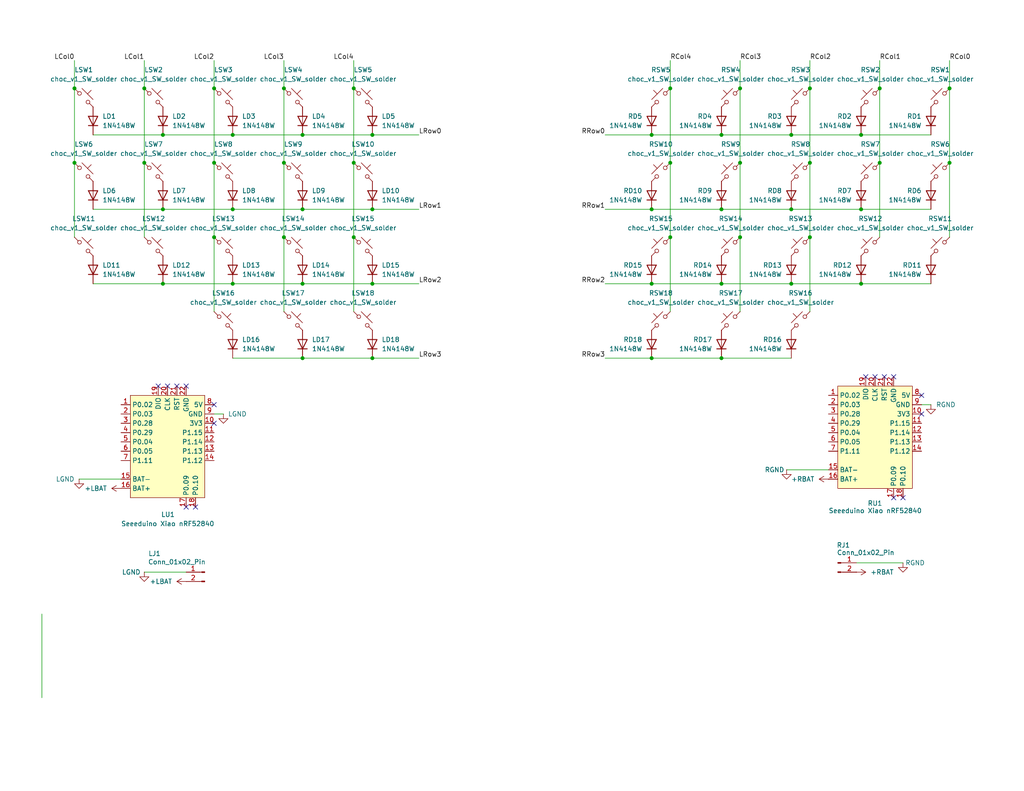
<source format=kicad_sch>
(kicad_sch (version 20231120) (generator "eeschema") (generator_version "8.0")
  (paper "USLetter")
  (title_block (title "LowKey36 Choc") (date "2024-12-15") (rev "1.0") (company "mgkbs.com") (comment 1 "© Matt Gilbert"))
  (lib_symbols
    (symbol "Connector:Conn_01x02_Pin" (pin_names (offset 1.016) hide)
      (property "Reference" "J" (at 0 2.54 0))
      (property "Value" "Conn_01x02_Pin" (at 0 -5.08 0))
      (symbol "Conn_01x02_Pin_1_1"
        (polyline (pts (xy 1.27 -2.54) (xy 0.8636 -2.54)) (stroke (width 0.1524)))
        (polyline (pts (xy 1.27 0) (xy 0.8636 0)) (stroke (width 0.1524)))
        (rectangle (start 0.8636 -2.413) (end 0 -2.667) (stroke (width 0.1524)) (fill (type outline)))
        (rectangle (start 0.8636 0.127) (end 0 -0.127) (stroke (width 0.1524)) (fill (type outline)))
        (pin passive line (at 5.08 0 180) (length 3.81) (name "Pin_1") (number "1"))
        (pin passive line (at 5.08 -2.54 180) (length 3.81) (name "Pin_2") (number "2"))
      )
    )
    (symbol "Diode:1N4148W" (pin_numbers hide) (pin_names hide)
      (property "Reference" "D" (at 0 2.54 0))
      (property "Value" "1N4148W" (at 0 -2.54 0))
      (symbol "1N4148W_0_1"
        (polyline (pts (xy -1.27 1.27) (xy -1.27 -1.27)) (stroke (width 0.254)))
        (polyline (pts (xy 1.27 0) (xy -1.27 0)))
        (polyline (pts (xy 1.27 1.27) (xy 1.27 -1.27) (xy -1.27 0) (xy 1.27 1.27)) (stroke (width 0.254)))
      )
      (symbol "1N4148W_1_1"
        (pin passive line (at -3.81 0 0) (length 2.54) (name "K") (number "1"))
        (pin passive line (at 3.81 0 180) (length 2.54) (name "A") (number "2"))
      )
    )
    (symbol "PCM_marbastlib-choc:choc_v1_SW_solder" (pin_numbers hide) (pin_names (offset 1.016) hide)
      (property "Reference" "CH" (at 3.048 1.016 0))
      (property "Value" "choc_v1_SW_solder" (at 0 -3.81 0))
      (symbol "choc_v1_SW_solder_0_1"
        (circle (center -1.1684 1.1684) (radius 0.508))
        (polyline (pts (xy -0.508 2.54) (xy 2.54 -0.508)))
        (polyline (pts (xy 1.016 1.016) (xy 2.032 2.032)))
        (polyline (pts (xy -2.54 2.54) (xy -1.524 1.524) (xy -1.524 1.524)))
        (polyline (pts (xy 1.524 -1.524) (xy 2.54 -2.54) (xy 2.54 -2.54) (xy 2.54 -2.54)))
        (circle (center 1.143 -1.1938) (radius 0.508))
        (pin passive line (at -2.54 2.54 0) (length 0) (name "1") (number "1"))
        (pin passive line (at 2.54 -2.54 180) (length 0) (name "2") (number "2"))
      )
    )
    (symbol "PCM_marbastlib-promicroish:Seeeduino_Xiao_nRF52840" (in_bom no)
      (property "Reference" "U" (at -10.16 -12.7 0))
      (property "Value" "Seeeduino Xiao nRF52840" (at -10.16 -15.24 0))
      (symbol "Seeeduino_Xiao_nRF52840_1_0"
        (pin bidirectional line (at -12.7 13.97 0) (length 2.54) (name "P0.02") (number "1"))
        (pin power_out line (at 12.7 8.89 180) (length 2.54) (name "3V3") (number "10"))
        (pin bidirectional line (at 12.7 6.35 180) (length 2.54) (name "P1.15") (number "11"))
        (pin bidirectional line (at 12.7 3.81 180) (length 2.54) (name "P1.14") (number "12"))
        (pin bidirectional line (at 12.7 1.27 180) (length 2.54) (name "P1.13") (number "13"))
        (pin bidirectional line (at 12.7 -1.27 180) (length 2.54) (name "P1.12") (number "14"))
        (pin power_in line (at -12.7 -6.35 0) (length 2.54) (name "BAT-") (number "15"))
        (pin power_in line (at -12.7 -8.89 0) (length 2.54) (name "BAT+") (number "16"))
        (pin bidirectional line (at 5.08 -13.97 90) (length 2.54) (name "P0.09") (number "17"))
        (pin bidirectional line (at 7.62 -13.97 90) (length 2.54) (name "P0.10") (number "18"))
        (pin bidirectional line (at -2.54 19.05 270) (length 2.54) (name "DIO") (number "19"))
        (pin bidirectional line (at -12.7 11.43 0) (length 2.54) (name "P0.03") (number "2"))
        (pin bidirectional line (at 0 19.05 270) (length 2.54) (name "CLK") (number "20"))
        (pin bidirectional line (at 2.54 19.05 270) (length 2.54) (name "RST") (number "21"))
        (pin power_out line (at 5.08 19.05 270) (length 2.54) (name "GND") (number "22"))
        (pin bidirectional line (at -12.7 8.89 0) (length 2.54) (name "P0.28") (number "3"))
        (pin bidirectional line (at -12.7 6.35 0) (length 2.54) (name "P0.29") (number "4"))
        (pin bidirectional line (at -12.7 3.81 0) (length 2.54) (name "P0.04") (number "5"))
        (pin bidirectional line (at -12.7 1.27 0) (length 2.54) (name "P0.05") (number "6"))
        (pin bidirectional line (at -12.7 -1.27 0) (length 2.54) (name "P1.11") (number "7"))
        (pin power_out line (at 12.7 13.97 180) (length 2.54) (name "5V") (number "8"))
        (pin power_out line (at 12.7 11.43 180) (length 2.54) (name "GND") (number "9"))
      )
      (symbol "Seeeduino_Xiao_nRF52840_1_1"
        (rectangle (start -10.16 16.51) (end 10.16 -11.43) (fill (type background)))
      )
    )
    (symbol "power:+BATT" (power) (pin_numbers hide) (pin_names (offset 0) hide)
      (property "Value" "+BATT" (at 0 3.556 0))
      (symbol "+BATT_0_1"
        (polyline (pts (xy -0.762 1.27) (xy 0 2.54)))
        (polyline (pts (xy 0 0) (xy 0 2.54)))
        (polyline (pts (xy 0 2.54) (xy 0.762 1.27)))
      )
      (symbol "+BATT_1_1"
        (pin power_in line (at 0 0 90) (length 0) (name "~") (number "1"))
      )
    )
    (symbol "power:GND" (power) (pin_numbers hide) (pin_names (offset 0) hide)
      (property "Value" "GND" (at 0 -3.81 0))
      (symbol "GND_0_1"
        (polyline (pts (xy 0 0) (xy 0 -1.27) (xy 1.27 -1.27) (xy 0 -2.54) (xy -1.27 -1.27) (xy 0 -1.27)))
      )
      (symbol "GND_1_1"
        (pin power_in line (at 0 0 270) (length 0) (name "~") (number "1"))
      )
    )
  )
  (junction (at 20.32 44.45))
  (junction (at 177.8 36.83))
  (junction (at 58.42 24.13))
  (junction (at 196.85 57.15))
  (junction (at 44.45 57.15))
  (junction (at 182.88 64.77))
  (junction (at 182.88 44.45))
  (junction (at 101.6 77.47))
  (junction (at 96.52 24.13))
  (junction (at 215.9 57.15))
  (junction (at 44.45 36.83))
  (junction (at 234.95 77.47))
  (junction (at 101.6 57.15))
  (junction (at 39.37 24.13))
  (junction (at 77.47 64.77))
  (junction (at 196.85 97.79))
  (junction (at 215.9 77.47))
  (junction (at 82.55 57.15))
  (junction (at 58.42 44.45))
  (junction (at 63.5 36.83))
  (junction (at 96.52 44.45))
  (junction (at 201.93 44.45))
  (junction (at 44.45 77.47))
  (junction (at 82.55 36.83))
  (junction (at 240.03 24.13))
  (junction (at 177.8 77.47))
  (junction (at 96.52 64.77))
  (junction (at 101.6 97.79))
  (junction (at 82.55 77.47))
  (junction (at 215.9 36.83))
  (junction (at 77.47 44.45))
  (junction (at 201.93 24.13))
  (junction (at 220.98 24.13))
  (junction (at 201.93 64.77))
  (junction (at 240.03 44.45))
  (junction (at 39.37 44.45))
  (junction (at 220.98 44.45))
  (junction (at 234.95 36.83))
  (junction (at 63.5 57.15))
  (junction (at 82.55 97.79))
  (junction (at 58.42 64.77))
  (junction (at 234.95 57.15))
  (junction (at 63.5 77.47))
  (junction (at 220.98 64.77))
  (junction (at 182.88 24.13))
  (junction (at 196.85 36.83))
  (junction (at 20.32 24.13))
  (junction (at 259.08 44.45))
  (junction (at 177.8 57.15))
  (junction (at 101.6 36.83))
  (junction (at 196.85 77.47))
  (junction (at 77.47 24.13))
  (junction (at 259.08 24.13))
  (junction (at 177.8 97.79))
  (no_connect (at 50.8 138.43))
  (no_connect (at 58.42 115.57))
  (no_connect (at 236.22 102.87))
  (no_connect (at 53.34 138.43))
  (no_connect (at 246.38 135.89))
  (no_connect (at 243.84 135.89))
  (no_connect (at 243.84 102.87))
  (no_connect (at 251.46 107.95))
  (no_connect (at 50.8 105.41))
  (no_connect (at 45.72 105.41))
  (no_connect (at 241.3 102.87))
  (no_connect (at 238.76 102.87))
  (no_connect (at 48.26 105.41))
  (no_connect (at 251.46 113.03))
  (no_connect (at 43.18 105.41))
  (no_connect (at 58.42 110.49))
  (wire (pts (xy 39.37 156.21) (xy 50.8 156.21)))
  (wire (pts (xy 11.43 167.64) (xy 11.43 190.5)))
  (wire (pts (xy 44.45 77.47) (xy 63.5 77.47)))
  (wire (pts (xy 20.32 44.45) (xy 20.32 64.77)))
  (wire (pts (xy 220.98 24.13) (xy 220.98 44.45)))
  (wire (pts (xy 177.8 36.83) (xy 196.85 36.83)))
  (wire (pts (xy 220.98 64.77) (xy 220.98 85.09)))
  (wire (pts (xy 234.95 77.47) (xy 254 77.47)))
  (wire (pts (xy 214.63 128.27) (xy 226.06 128.27)))
  (wire (pts (xy 259.08 16.51) (xy 259.08 24.13)))
  (wire (pts (xy 220.98 44.45) (xy 220.98 64.77)))
  (wire (pts (xy 77.47 24.13) (xy 77.47 44.45)))
  (wire (pts (xy 39.37 44.45) (xy 39.37 64.77)))
  (wire (pts (xy 182.88 44.45) (xy 182.88 64.77)))
  (wire (pts (xy 114.3 36.83) (xy 101.6 36.83)))
  (wire (pts (xy 82.55 77.47) (xy 101.6 77.47)))
  (wire (pts (xy 165.1 97.79) (xy 177.8 97.79)))
  (wire (pts (xy 25.4 36.83) (xy 44.45 36.83)))
  (wire (pts (xy 63.5 77.47) (xy 82.55 77.47)))
  (wire (pts (xy 63.5 97.79) (xy 82.55 97.79)))
  (wire (pts (xy 215.9 57.15) (xy 234.95 57.15)))
  (wire (pts (xy 44.45 36.83) (xy 63.5 36.83)))
  (wire (pts (xy 201.93 24.13) (xy 201.93 44.45)))
  (wire (pts (xy 20.32 24.13) (xy 20.32 44.45)))
  (wire (pts (xy 182.88 64.77) (xy 182.88 85.09)))
  (wire (pts (xy 96.52 44.45) (xy 96.52 64.77)))
  (wire (pts (xy 182.88 16.51) (xy 182.88 24.13)))
  (wire (pts (xy 63.5 36.83) (xy 82.55 36.83)))
  (wire (pts (xy 21.59 130.81) (xy 33.02 130.81)))
  (wire (pts (xy 240.03 16.51) (xy 240.03 24.13)))
  (wire (pts (xy 201.93 16.51) (xy 201.93 24.13)))
  (wire (pts (xy 20.32 16.51) (xy 20.32 24.13)))
  (wire (pts (xy 196.85 97.79) (xy 215.9 97.79)))
  (wire (pts (xy 44.45 57.15) (xy 63.5 57.15)))
  (wire (pts (xy 114.3 97.79) (xy 101.6 97.79)))
  (wire (pts (xy 165.1 77.47) (xy 177.8 77.47)))
  (wire (pts (xy 240.03 44.45) (xy 240.03 64.77)))
  (wire (pts (xy 233.68 153.67) (xy 246.38 153.67)))
  (wire (pts (xy 201.93 64.77) (xy 201.93 85.09)))
  (wire (pts (xy 96.52 24.13) (xy 96.52 44.45)))
  (wire (pts (xy 82.55 57.15) (xy 101.6 57.15)))
  (wire (pts (xy 39.37 24.13) (xy 39.37 44.45)))
  (wire (pts (xy 77.47 44.45) (xy 77.47 64.77)))
  (wire (pts (xy 25.4 57.15) (xy 44.45 57.15)))
  (wire (pts (xy 77.47 64.77) (xy 77.47 85.09)))
  (wire (pts (xy 63.5 57.15) (xy 82.55 57.15)))
  (wire (pts (xy 165.1 36.83) (xy 177.8 36.83)))
  (wire (pts (xy 77.47 16.51) (xy 77.47 24.13)))
  (wire (pts (xy 215.9 77.47) (xy 234.95 77.47)))
  (wire (pts (xy 177.8 77.47) (xy 196.85 77.47)))
  (wire (pts (xy 114.3 57.15) (xy 101.6 57.15)))
  (wire (pts (xy 58.42 113.03) (xy 60.96 113.03)))
  (wire (pts (xy 240.03 24.13) (xy 240.03 44.45)))
  (wire (pts (xy 58.42 24.13) (xy 58.42 44.45)))
  (wire (pts (xy 251.46 110.49) (xy 254 110.49)))
  (wire (pts (xy 96.52 16.51) (xy 96.52 24.13)))
  (wire (pts (xy 58.42 16.51) (xy 58.42 24.13)))
  (wire (pts (xy 39.37 16.51) (xy 39.37 24.13)))
  (wire (pts (xy 196.85 77.47) (xy 215.9 77.47)))
  (wire (pts (xy 25.4 77.47) (xy 44.45 77.47)))
  (wire (pts (xy 182.88 24.13) (xy 182.88 44.45)))
  (wire (pts (xy 58.42 44.45) (xy 58.42 64.77)))
  (wire (pts (xy 58.42 64.77) (xy 58.42 85.09)))
  (wire (pts (xy 234.95 36.83) (xy 254 36.83)))
  (wire (pts (xy 114.3 77.47) (xy 101.6 77.47)))
  (wire (pts (xy 82.55 36.83) (xy 101.6 36.83)))
  (wire (pts (xy 177.8 97.79) (xy 196.85 97.79)))
  (wire (pts (xy 96.52 64.77) (xy 96.52 85.09)))
  (wire (pts (xy 259.08 24.13) (xy 259.08 44.45)))
  (wire (pts (xy 215.9 36.83) (xy 234.95 36.83)))
  (wire (pts (xy 165.1 57.15) (xy 177.8 57.15)))
  (wire (pts (xy 196.85 57.15) (xy 215.9 57.15)))
  (wire (pts (xy 259.08 44.45) (xy 259.08 64.77)))
  (wire (pts (xy 196.85 36.83) (xy 215.9 36.83)))
  (wire (pts (xy 82.55 97.79) (xy 101.6 97.79)))
  (wire (pts (xy 201.93 44.45) (xy 201.93 64.77)))
  (wire (pts (xy 177.8 57.15) (xy 196.85 57.15)))
  (wire (pts (xy 234.95 57.15) (xy 254 57.15)))
  (wire (pts (xy 220.98 16.51) (xy 220.98 24.13)))
  (label "LCol3" (at 77.47 16.51 180))
  (label "LCol2" (at 58.42 16.51 180))
  (label "LCol4" (at 96.52 16.51 180))
  (label "LRow1" (at 114.3 57.15 0))
  (label "RCol0" (at 259.08 16.51 0))
  (label "RRow1" (at 165.1 57.15 180))
  (label "RRow3" (at 165.1 97.79 180))
  (label "RCol1" (at 240.03 16.51 0))
  (label "RCol3" (at 201.93 16.51 0))
  (label "RCol2" (at 220.98 16.51 0))
  (label "LRow0" (at 114.3 36.83 0))
  (label "LCol1" (at 39.37 16.51 180))
  (label "LCol0" (at 20.32 16.51 180))
  (label "LRow3" (at 114.3 97.79 0))
  (label "LRow2" (at 114.3 77.47 0))
  (label "RCol4" (at 182.88 16.51 0))
  (label "RRow2" (at 165.1 77.47 180))
  (label "RRow0" (at 165.1 36.83 180))
  (symbol (lib_id "Diode:1N4148W") (at 63.5 53.34 90) (unit 1)
    (property "Reference" "LD8" (at 66.04 52.0699 90) (effects (justify right)))
    (property "Value" "1N4148W" (at 66.04 54.6099 90) (effects (justify right)))
    (property "Footprint" "Diode_SMD:D_SOD-123" (effects (hide yes)))
    (property "Datasheet" "https://www.vishay.com/docs/85748/1n4148w.pdf" (effects (hide yes)))
    (property "Description" "75V 0.15A Fast Switching Diode, SOD-123" (effects (hide yes)))
    (property "Sim.Device" "D" (effects (hide yes)))
    (property "Sim.Pins" "1=K 2=A" (effects (hide yes)))
  )
  (symbol (lib_id "PCM_marbastlib-choc:choc_v1_SW_solder") (at 218.44 46.99 0) (mirror y) (unit 1)
    (property "Reference" "RSW8" (at 218.44 39.37 0))
    (property "Value" "choc_v1_SW_solder" (at 218.44 41.91 0))
    (property "Footprint" "PCM_marbastlib-choc:SW_choc_v1_1u" (effects (hide yes)))
    (property "Description" "Push button switch, normally open, two pins, 45° tilted" (effects (hide yes)))
  )
  (symbol (lib_id "Diode:1N4148W") (at 101.6 33.02 90) (unit 1)
    (property "Reference" "LD5" (at 104.14 31.7499 90) (effects (justify right)))
    (property "Value" "1N4148W" (at 104.14 34.2899 90) (effects (justify right)))
    (property "Footprint" "Diode_SMD:D_SOD-123" (effects (hide yes)))
    (property "Datasheet" "https://www.vishay.com/docs/85748/1n4148w.pdf" (effects (hide yes)))
    (property "Description" "75V 0.15A Fast Switching Diode, SOD-123" (effects (hide yes)))
    (property "Sim.Device" "D" (effects (hide yes)))
    (property "Sim.Pins" "1=K 2=A" (effects (hide yes)))
  )
  (symbol (lib_id "Diode:1N4148W") (at 63.5 93.98 90) (unit 1)
    (property "Reference" "LD16" (at 66.04 92.7099 90) (effects (justify right)))
    (property "Value" "1N4148W" (at 66.04 95.2499 90) (effects (justify right)))
    (property "Footprint" "Diode_SMD:D_SOD-123" (effects (hide yes)))
    (property "Datasheet" "https://www.vishay.com/docs/85748/1n4148w.pdf" (effects (hide yes)))
    (property "Description" "75V 0.15A Fast Switching Diode, SOD-123" (effects (hide yes)))
    (property "Sim.Device" "D" (effects (hide yes)))
    (property "Sim.Pins" "1=K 2=A" (effects (hide yes)))
  )
  (symbol (lib_id "Diode:1N4148W") (at 82.55 33.02 90) (unit 1)
    (property "Reference" "LD4" (at 85.09 31.7499 90) (effects (justify right)))
    (property "Value" "1N4148W" (at 85.09 34.2899 90) (effects (justify right)))
    (property "Footprint" "Diode_SMD:D_SOD-123" (effects (hide yes)))
    (property "Datasheet" "https://www.vishay.com/docs/85748/1n4148w.pdf" (effects (hide yes)))
    (property "Description" "75V 0.15A Fast Switching Diode, SOD-123" (effects (hide yes)))
    (property "Sim.Device" "D" (effects (hide yes)))
    (property "Sim.Pins" "1=K 2=A" (effects (hide yes)))
  )
  (symbol (lib_id "PCM_marbastlib-choc:choc_v1_SW_solder") (at 22.86 26.67 0) (unit 1)
    (property "Reference" "LSW1" (at 22.86 19.05 0))
    (property "Value" "choc_v1_SW_solder" (at 22.86 21.59 0))
    (property "Footprint" "PCM_marbastlib-choc:SW_choc_v1_1u" (effects (hide yes)))
    (property "Description" "Push button switch, normally open, two pins, 45° tilted" (effects (hide yes)))
  )
  (symbol (lib_id "PCM_marbastlib-choc:choc_v1_SW_solder") (at 199.39 26.67 0) (mirror y) (unit 1)
    (property "Reference" "RSW4" (at 199.39 19.05 0))
    (property "Value" "choc_v1_SW_solder" (at 199.39 21.59 0))
    (property "Footprint" "PCM_marbastlib-choc:SW_choc_v1_1u" (effects (hide yes)))
    (property "Description" "Push button switch, normally open, two pins, 45° tilted" (effects (hide yes)))
  )
  (symbol (lib_id "PCM_marbastlib-choc:choc_v1_SW_solder") (at 41.91 26.67 0) (unit 1)
    (property "Reference" "LSW2" (at 41.91 19.05 0))
    (property "Value" "choc_v1_SW_solder" (at 41.91 21.59 0))
    (property "Footprint" "PCM_marbastlib-choc:SW_choc_v1_1u" (effects (hide yes)))
    (property "Description" "Push button switch, normally open, two pins, 45° tilted" (effects (hide yes)))
  )
  (symbol (lib_id "Connector:Conn_01x02_Pin") (at 55.88 156.21 0) (mirror y) (unit 1)
    (property "Reference" "LJ1" (at 42.164 151.13 0))
    (property "Value" "Conn_01x02_Pin" (at 48.26 153.416 0))
    (property "Footprint" "Connector_Wire:SolderWire-0.1sqmm_1x02_P3.6mm_D0.4mm_OD1mm" (effects (hide yes)))
    (property "Description" "Generic connector, single row, 01x02, script generated" (effects (hide yes)))
  )
  (symbol (lib_id "PCM_marbastlib-choc:choc_v1_SW_solder") (at 199.39 46.99 0) (mirror y) (unit 1)
    (property "Reference" "RSW9" (at 199.39 39.37 0))
    (property "Value" "choc_v1_SW_solder" (at 199.39 41.91 0))
    (property "Footprint" "PCM_marbastlib-choc:SW_choc_v1_1u" (effects (hide yes)))
    (property "Description" "Push button switch, normally open, two pins, 45° tilted" (effects (hide yes)))
  )
  (symbol (lib_id "PCM_marbastlib-choc:choc_v1_SW_solder") (at 80.01 46.99 0) (unit 1)
    (property "Reference" "LSW9" (at 80.01 39.37 0))
    (property "Value" "choc_v1_SW_solder" (at 80.01 41.91 0))
    (property "Footprint" "PCM_marbastlib-choc:SW_choc_v1_1u" (effects (hide yes)))
    (property "Description" "Push button switch, normally open, two pins, 45° tilted" (effects (hide yes)))
  )
  (symbol (lib_id "power:GND") (at 246.38 153.67 0) (unit 1)
    (property "Reference" "#PWR04" (effects (hide yes)))
    (property "Value" "RGND" (at 249.682 153.67 0))
    (property "Description" "Power symbol creates a global label with name \"GND\" , ground" (effects (hide yes)))
  )
  (symbol (lib_id "PCM_marbastlib-choc:choc_v1_SW_solder") (at 80.01 26.67 0) (unit 1)
    (property "Reference" "LSW4" (at 80.01 19.05 0))
    (property "Value" "choc_v1_SW_solder" (at 80.01 21.59 0))
    (property "Footprint" "PCM_marbastlib-choc:SW_choc_v1_1u" (effects (hide yes)))
    (property "Description" "Push button switch, normally open, two pins, 45° tilted" (effects (hide yes)))
  )
  (symbol (lib_id "Diode:1N4148W") (at 215.9 93.98 270) (mirror x) (unit 1)
    (property "Reference" "RD16" (at 213.36 92.7099 90) (effects (justify right)))
    (property "Value" "1N4148W" (at 213.36 95.2499 90) (effects (justify right)))
    (property "Footprint" "Diode_SMD:D_SOD-123" (effects (hide yes)))
    (property "Datasheet" "https://www.vishay.com/docs/85748/1n4148w.pdf" (effects (hide yes)))
    (property "Description" "75V 0.15A Fast Switching Diode, SOD-123" (effects (hide yes)))
    (property "Sim.Device" "D" (effects (hide yes)))
    (property "Sim.Pins" "1=K 2=A" (effects (hide yes)))
  )
  (symbol (lib_id "PCM_marbastlib-promicroish:Seeeduino_Xiao_nRF52840") (at 238.76 121.92 0) (unit 1) (in_bom no)
    (property "Reference" "RU1" (at 236.728 137.414 0) (effects (justify left)))
    (property "Value" "Seeeduino Xiao nRF52840" (at 226.06 139.446 0) (effects (justify left)))
    (property "Footprint" "PCM_marbastlib-xp-promicroish:Xiao_nRF52840_ACH" (effects (hide yes)))
    (property "Description" "Symbol for a Seeeduino Xiao nRF52840" (effects (hide yes)))
  )
  (symbol (lib_id "power:+BATT") (at 33.02 133.35 90) (unit 1)
    (property "Reference" "#PWR09" (effects (hide yes)))
    (property "Value" "+LBAT" (at 29.21 133.3499 90) (effects (justify left)))
    (property "Description" "Power symbol creates a global label with name \"+BATT\"" (effects (hide yes)))
  )
  (symbol (lib_id "Diode:1N4148W") (at 196.85 73.66 270) (mirror x) (unit 1)
    (property "Reference" "RD14" (at 194.31 72.3899 90) (effects (justify right)))
    (property "Value" "1N4148W" (at 194.31 74.9299 90) (effects (justify right)))
    (property "Footprint" "Diode_SMD:D_SOD-123" (effects (hide yes)))
    (property "Datasheet" "https://www.vishay.com/docs/85748/1n4148w.pdf" (effects (hide yes)))
    (property "Description" "75V 0.15A Fast Switching Diode, SOD-123" (effects (hide yes)))
    (property "Sim.Device" "D" (effects (hide yes)))
    (property "Sim.Pins" "1=K 2=A" (effects (hide yes)))
  )
  (symbol (lib_id "PCM_marbastlib-choc:choc_v1_SW_solder") (at 256.54 67.31 0) (mirror y) (unit 1)
    (property "Reference" "RSW11" (at 256.54 59.69 0))
    (property "Value" "choc_v1_SW_solder" (at 256.54 62.23 0))
    (property "Footprint" "PCM_marbastlib-choc:SW_choc_v1_1u" (effects (hide yes)))
    (property "Description" "Push button switch, normally open, two pins, 45° tilted" (effects (hide yes)))
  )
  (symbol (lib_id "Diode:1N4148W") (at 177.8 53.34 270) (mirror x) (unit 1)
    (property "Reference" "RD10" (at 175.26 52.0699 90) (effects (justify right)))
    (property "Value" "1N4148W" (at 175.26 54.6099 90) (effects (justify right)))
    (property "Footprint" "Diode_SMD:D_SOD-123" (effects (hide yes)))
    (property "Datasheet" "https://www.vishay.com/docs/85748/1n4148w.pdf" (effects (hide yes)))
    (property "Description" "75V 0.15A Fast Switching Diode, SOD-123" (effects (hide yes)))
    (property "Sim.Device" "D" (effects (hide yes)))
    (property "Sim.Pins" "1=K 2=A" (effects (hide yes)))
  )
  (symbol (lib_id "Diode:1N4148W") (at 63.5 33.02 90) (unit 1)
    (property "Reference" "LD3" (at 66.04 31.7499 90) (effects (justify right)))
    (property "Value" "1N4148W" (at 66.04 34.2899 90) (effects (justify right)))
    (property "Footprint" "Diode_SMD:D_SOD-123" (effects (hide yes)))
    (property "Datasheet" "https://www.vishay.com/docs/85748/1n4148w.pdf" (effects (hide yes)))
    (property "Description" "75V 0.15A Fast Switching Diode, SOD-123" (effects (hide yes)))
    (property "Sim.Device" "D" (effects (hide yes)))
    (property "Sim.Pins" "1=K 2=A" (effects (hide yes)))
  )
  (symbol (lib_id "PCM_marbastlib-choc:choc_v1_SW_solder") (at 256.54 26.67 0) (mirror y) (unit 1)
    (property "Reference" "RSW1" (at 256.54 19.05 0))
    (property "Value" "choc_v1_SW_solder" (at 256.54 21.59 0))
    (property "Footprint" "PCM_marbastlib-choc:SW_choc_v1_1u" (effects (hide yes)))
    (property "Description" "Push button switch, normally open, two pins, 45° tilted" (effects (hide yes)))
  )
  (symbol (lib_id "PCM_marbastlib-choc:choc_v1_SW_solder") (at 99.06 67.31 0) (unit 1)
    (property "Reference" "LSW15" (at 99.06 59.69 0))
    (property "Value" "choc_v1_SW_solder" (at 99.06 62.23 0))
    (property "Footprint" "PCM_marbastlib-choc:SW_choc_v1_1u" (effects (hide yes)))
    (property "Description" "Push button switch, normally open, two pins, 45° tilted" (effects (hide yes)))
  )
  (symbol (lib_id "power:GND") (at 39.37 156.21 0) (unit 1)
    (property "Reference" "#PWR05" (effects (hide yes)))
    (property "Value" "LGND" (at 35.814 156.21 0))
    (property "Description" "Power symbol creates a global label with name \"GND\" , ground" (effects (hide yes)))
  )
  (symbol (lib_id "PCM_marbastlib-choc:choc_v1_SW_solder") (at 41.91 46.99 0) (unit 1)
    (property "Reference" "LSW7" (at 41.91 39.37 0))
    (property "Value" "choc_v1_SW_solder" (at 41.91 41.91 0))
    (property "Footprint" "PCM_marbastlib-choc:SW_choc_v1_1u" (effects (hide yes)))
    (property "Description" "Push button switch, normally open, two pins, 45° tilted" (effects (hide yes)))
  )
  (symbol (lib_id "PCM_marbastlib-choc:choc_v1_SW_solder") (at 22.86 46.99 0) (unit 1)
    (property "Reference" "LSW6" (at 22.86 39.37 0))
    (property "Value" "choc_v1_SW_solder" (at 22.86 41.91 0))
    (property "Footprint" "PCM_marbastlib-choc:SW_choc_v1_1u" (effects (hide yes)))
    (property "Description" "Push button switch, normally open, two pins, 45° tilted" (effects (hide yes)))
  )
  (symbol (lib_id "power:+BATT") (at 226.06 130.81 90) (unit 1)
    (property "Reference" "#PWR010" (effects (hide yes)))
    (property "Value" "+RBAT" (at 222.25 130.8099 90) (effects (justify left)))
    (property "Description" "Power symbol creates a global label with name \"+BATT\"" (effects (hide yes)))
  )
  (symbol (lib_id "PCM_marbastlib-choc:choc_v1_SW_solder") (at 237.49 67.31 0) (mirror y) (unit 1)
    (property "Reference" "RSW12" (at 237.49 59.69 0))
    (property "Value" "choc_v1_SW_solder" (at 237.49 62.23 0))
    (property "Footprint" "PCM_marbastlib-choc:SW_choc_v1_1u" (effects (hide yes)))
    (property "Description" "Push button switch, normally open, two pins, 45° tilted" (effects (hide yes)))
  )
  (symbol (lib_id "PCM_marbastlib-choc:choc_v1_SW_solder") (at 180.34 46.99 0) (mirror y) (unit 1)
    (property "Reference" "RSW10" (at 180.34 39.37 0))
    (property "Value" "choc_v1_SW_solder" (at 180.34 41.91 0))
    (property "Footprint" "PCM_marbastlib-choc:SW_choc_v1_1u" (effects (hide yes)))
    (property "Description" "Push button switch, normally open, two pins, 45° tilted" (effects (hide yes)))
  )
  (symbol (lib_id "Diode:1N4148W") (at 101.6 93.98 90) (unit 1)
    (property "Reference" "LD18" (at 104.14 92.7099 90) (effects (justify right)))
    (property "Value" "1N4148W" (at 104.14 95.2499 90) (effects (justify right)))
    (property "Footprint" "Diode_SMD:D_SOD-123" (effects (hide yes)))
    (property "Datasheet" "https://www.vishay.com/docs/85748/1n4148w.pdf" (effects (hide yes)))
    (property "Description" "75V 0.15A Fast Switching Diode, SOD-123" (effects (hide yes)))
    (property "Sim.Device" "D" (effects (hide yes)))
    (property "Sim.Pins" "1=K 2=A" (effects (hide yes)))
  )
  (symbol (lib_id "Diode:1N4148W") (at 234.95 73.66 270) (mirror x) (unit 1)
    (property "Reference" "RD12" (at 232.41 72.3899 90) (effects (justify right)))
    (property "Value" "1N4148W" (at 232.41 74.9299 90) (effects (justify right)))
    (property "Footprint" "Diode_SMD:D_SOD-123" (effects (hide yes)))
    (property "Datasheet" "https://www.vishay.com/docs/85748/1n4148w.pdf" (effects (hide yes)))
    (property "Description" "75V 0.15A Fast Switching Diode, SOD-123" (effects (hide yes)))
    (property "Sim.Device" "D" (effects (hide yes)))
    (property "Sim.Pins" "1=K 2=A" (effects (hide yes)))
  )
  (symbol (lib_id "Diode:1N4148W") (at 196.85 93.98 270) (mirror x) (unit 1)
    (property "Reference" "RD17" (at 194.31 92.7099 90) (effects (justify right)))
    (property "Value" "1N4148W" (at 194.31 95.2499 90) (effects (justify right)))
    (property "Footprint" "Diode_SMD:D_SOD-123" (effects (hide yes)))
    (property "Datasheet" "https://www.vishay.com/docs/85748/1n4148w.pdf" (effects (hide yes)))
    (property "Description" "75V 0.15A Fast Switching Diode, SOD-123" (effects (hide yes)))
    (property "Sim.Device" "D" (effects (hide yes)))
    (property "Sim.Pins" "1=K 2=A" (effects (hide yes)))
  )
  (symbol (lib_id "PCM_marbastlib-choc:choc_v1_SW_solder") (at 256.54 46.99 0) (mirror y) (unit 1)
    (property "Reference" "RSW6" (at 256.54 39.37 0))
    (property "Value" "choc_v1_SW_solder" (at 256.54 41.91 0))
    (property "Footprint" "PCM_marbastlib-choc:SW_choc_v1_1u" (effects (hide yes)))
    (property "Description" "Push button switch, normally open, two pins, 45° tilted" (effects (hide yes)))
  )
  (symbol (lib_id "power:GND") (at 254 110.49 0) (unit 1)
    (property "Reference" "#PWR02" (effects (hide yes)))
    (property "Value" "RGND" (at 258.064 110.49 0))
    (property "Description" "Power symbol creates a global label with name \"GND\" , ground" (effects (hide yes)))
  )
  (symbol (lib_id "PCM_marbastlib-choc:choc_v1_SW_solder") (at 237.49 46.99 0) (mirror y) (unit 1)
    (property "Reference" "RSW7" (at 237.49 39.37 0))
    (property "Value" "choc_v1_SW_solder" (at 237.49 41.91 0))
    (property "Footprint" "PCM_marbastlib-choc:SW_choc_v1_1u" (effects (hide yes)))
    (property "Description" "Push button switch, normally open, two pins, 45° tilted" (effects (hide yes)))
  )
  (symbol (lib_id "Diode:1N4148W") (at 215.9 73.66 270) (mirror x) (unit 1)
    (property "Reference" "RD13" (at 213.36 72.3899 90) (effects (justify right)))
    (property "Value" "1N4148W" (at 213.36 74.9299 90) (effects (justify right)))
    (property "Footprint" "Diode_SMD:D_SOD-123" (effects (hide yes)))
    (property "Datasheet" "https://www.vishay.com/docs/85748/1n4148w.pdf" (effects (hide yes)))
    (property "Description" "75V 0.15A Fast Switching Diode, SOD-123" (effects (hide yes)))
    (property "Sim.Device" "D" (effects (hide yes)))
    (property "Sim.Pins" "1=K 2=A" (effects (hide yes)))
  )
  (symbol (lib_id "Diode:1N4148W") (at 215.9 53.34 270) (mirror x) (unit 1)
    (property "Reference" "RD8" (at 213.36 52.0699 90) (effects (justify right)))
    (property "Value" "1N4148W" (at 213.36 54.6099 90) (effects (justify right)))
    (property "Footprint" "Diode_SMD:D_SOD-123" (effects (hide yes)))
    (property "Datasheet" "https://www.vishay.com/docs/85748/1n4148w.pdf" (effects (hide yes)))
    (property "Description" "75V 0.15A Fast Switching Diode, SOD-123" (effects (hide yes)))
    (property "Sim.Device" "D" (effects (hide yes)))
    (property "Sim.Pins" "1=K 2=A" (effects (hide yes)))
  )
  (symbol (lib_id "Diode:1N4148W") (at 82.55 93.98 90) (unit 1)
    (property "Reference" "LD17" (at 85.09 92.7099 90) (effects (justify right)))
    (property "Value" "1N4148W" (at 85.09 95.2499 90) (effects (justify right)))
    (property "Footprint" "Diode_SMD:D_SOD-123" (effects (hide yes)))
    (property "Datasheet" "https://www.vishay.com/docs/85748/1n4148w.pdf" (effects (hide yes)))
    (property "Description" "75V 0.15A Fast Switching Diode, SOD-123" (effects (hide yes)))
    (property "Sim.Device" "D" (effects (hide yes)))
    (property "Sim.Pins" "1=K 2=A" (effects (hide yes)))
  )
  (symbol (lib_id "PCM_marbastlib-choc:choc_v1_SW_solder") (at 41.91 67.31 0) (unit 1)
    (property "Reference" "LSW12" (at 41.91 59.69 0))
    (property "Value" "choc_v1_SW_solder" (at 41.91 62.23 0))
    (property "Footprint" "PCM_marbastlib-choc:SW_choc_v1_1u" (effects (hide yes)))
    (property "Description" "Push button switch, normally open, two pins, 45° tilted" (effects (hide yes)))
  )
  (symbol (lib_id "Diode:1N4148W") (at 254 33.02 270) (mirror x) (unit 1)
    (property "Reference" "RD1" (at 251.46 31.7499 90) (effects (justify right)))
    (property "Value" "1N4148W" (at 251.46 34.2899 90) (effects (justify right)))
    (property "Footprint" "Diode_SMD:D_SOD-123" (effects (hide yes)))
    (property "Datasheet" "https://www.vishay.com/docs/85748/1n4148w.pdf" (effects (hide yes)))
    (property "Description" "75V 0.15A Fast Switching Diode, SOD-123" (effects (hide yes)))
    (property "Sim.Device" "D" (effects (hide yes)))
    (property "Sim.Pins" "1=K 2=A" (effects (hide yes)))
  )
  (symbol (lib_id "Diode:1N4148W") (at 254 53.34 270) (mirror x) (unit 1)
    (property "Reference" "RD6" (at 251.46 52.0699 90) (effects (justify right)))
    (property "Value" "1N4148W" (at 251.46 54.6099 90) (effects (justify right)))
    (property "Footprint" "Diode_SMD:D_SOD-123" (effects (hide yes)))
    (property "Datasheet" "https://www.vishay.com/docs/85748/1n4148w.pdf" (effects (hide yes)))
    (property "Description" "75V 0.15A Fast Switching Diode, SOD-123" (effects (hide yes)))
    (property "Sim.Device" "D" (effects (hide yes)))
    (property "Sim.Pins" "1=K 2=A" (effects (hide yes)))
  )
  (symbol (lib_id "PCM_marbastlib-choc:choc_v1_SW_solder") (at 99.06 46.99 0) (unit 1)
    (property "Reference" "LSW10" (at 99.06 39.37 0))
    (property "Value" "choc_v1_SW_solder" (at 99.06 41.91 0))
    (property "Footprint" "PCM_marbastlib-choc:SW_choc_v1_1u" (effects (hide yes)))
    (property "Description" "Push button switch, normally open, two pins, 45° tilted" (effects (hide yes)))
  )
  (symbol (lib_id "Diode:1N4148W") (at 234.95 53.34 270) (mirror x) (unit 1)
    (property "Reference" "RD7" (at 232.41 52.0699 90) (effects (justify right)))
    (property "Value" "1N4148W" (at 232.41 54.6099 90) (effects (justify right)))
    (property "Footprint" "Diode_SMD:D_SOD-123" (effects (hide yes)))
    (property "Datasheet" "https://www.vishay.com/docs/85748/1n4148w.pdf" (effects (hide yes)))
    (property "Description" "75V 0.15A Fast Switching Diode, SOD-123" (effects (hide yes)))
    (property "Sim.Device" "D" (effects (hide yes)))
    (property "Sim.Pins" "1=K 2=A" (effects (hide yes)))
  )
  (symbol (lib_id "PCM_marbastlib-choc:choc_v1_SW_solder") (at 99.06 26.67 0) (unit 1)
    (property "Reference" "LSW5" (at 99.06 19.05 0))
    (property "Value" "choc_v1_SW_solder" (at 99.06 21.59 0))
    (property "Footprint" "PCM_marbastlib-choc:SW_choc_v1_1u" (effects (hide yes)))
    (property "Description" "Push button switch, normally open, two pins, 45° tilted" (effects (hide yes)))
  )
  (symbol (lib_id "PCM_marbastlib-choc:choc_v1_SW_solder") (at 180.34 67.31 0) (mirror y) (unit 1)
    (property "Reference" "RSW15" (at 180.34 59.69 0))
    (property "Value" "choc_v1_SW_solder" (at 180.34 62.23 0))
    (property "Footprint" "PCM_marbastlib-choc:SW_choc_v1_1u" (effects (hide yes)))
    (property "Description" "Push button switch, normally open, two pins, 45° tilted" (effects (hide yes)))
  )
  (symbol (lib_id "Diode:1N4148W") (at 196.85 33.02 270) (mirror x) (unit 1)
    (property "Reference" "RD4" (at 194.31 31.7499 90) (effects (justify right)))
    (property "Value" "1N4148W" (at 194.31 34.2899 90) (effects (justify right)))
    (property "Footprint" "Diode_SMD:D_SOD-123" (effects (hide yes)))
    (property "Datasheet" "https://www.vishay.com/docs/85748/1n4148w.pdf" (effects (hide yes)))
    (property "Description" "75V 0.15A Fast Switching Diode, SOD-123" (effects (hide yes)))
    (property "Sim.Device" "D" (effects (hide yes)))
    (property "Sim.Pins" "1=K 2=A" (effects (hide yes)))
  )
  (symbol (lib_id "Diode:1N4148W") (at 196.85 53.34 270) (mirror x) (unit 1)
    (property "Reference" "RD9" (at 194.31 52.0699 90) (effects (justify right)))
    (property "Value" "1N4148W" (at 194.31 54.6099 90) (effects (justify right)))
    (property "Footprint" "Diode_SMD:D_SOD-123" (effects (hide yes)))
    (property "Datasheet" "https://www.vishay.com/docs/85748/1n4148w.pdf" (effects (hide yes)))
    (property "Description" "75V 0.15A Fast Switching Diode, SOD-123" (effects (hide yes)))
    (property "Sim.Device" "D" (effects (hide yes)))
    (property "Sim.Pins" "1=K 2=A" (effects (hide yes)))
  )
  (symbol (lib_id "power:+BATT") (at 233.68 156.21 270) (unit 1)
    (property "Reference" "#PWR07" (effects (hide yes)))
    (property "Value" "+RBAT" (at 237.49 156.2099 90) (effects (justify left)))
    (property "Description" "Power symbol creates a global label with name \"+BATT\"" (effects (hide yes)))
  )
  (symbol (lib_id "PCM_marbastlib-promicroish:Seeeduino_Xiao_nRF52840") (at 45.72 124.46 0) (unit 1) (in_bom no)
    (property "Reference" "LU1" (at 43.942 140.462 0) (effects (justify left)))
    (property "Value" "Seeeduino Xiao nRF52840" (at 33.02 143.002 0) (effects (justify left)))
    (property "Footprint" "PCM_marbastlib-xp-promicroish:Xiao_nRF52840_ACH" (effects (hide yes)))
    (property "Description" "Symbol for a Seeeduino Xiao nRF52840" (effects (hide yes)))
  )
  (symbol (lib_id "PCM_marbastlib-choc:choc_v1_SW_solder") (at 60.96 67.31 0) (unit 1)
    (property "Reference" "LSW13" (at 60.96 59.69 0))
    (property "Value" "choc_v1_SW_solder" (at 60.96 62.23 0))
    (property "Footprint" "PCM_marbastlib-choc:SW_choc_v1_1u" (effects (hide yes)))
    (property "Description" "Push button switch, normally open, two pins, 45° tilted" (effects (hide yes)))
  )
  (symbol (lib_id "PCM_marbastlib-choc:choc_v1_SW_solder") (at 199.39 67.31 0) (mirror y) (unit 1)
    (property "Reference" "RSW14" (at 199.39 59.69 0))
    (property "Value" "choc_v1_SW_solder" (at 199.39 62.23 0))
    (property "Footprint" "PCM_marbastlib-choc:SW_choc_v1_1u" (effects (hide yes)))
    (property "Description" "Push button switch, normally open, two pins, 45° tilted" (effects (hide yes)))
  )
  (symbol (lib_id "PCM_marbastlib-choc:choc_v1_SW_solder") (at 80.01 67.31 0) (unit 1)
    (property "Reference" "LSW14" (at 80.01 59.69 0))
    (property "Value" "choc_v1_SW_solder" (at 80.01 62.23 0))
    (property "Footprint" "PCM_marbastlib-choc:SW_choc_v1_1u" (effects (hide yes)))
    (property "Description" "Push button switch, normally open, two pins, 45° tilted" (effects (hide yes)))
  )
  (symbol (lib_id "Diode:1N4148W") (at 177.8 73.66 270) (mirror x) (unit 1)
    (property "Reference" "RD15" (at 175.26 72.3899 90) (effects (justify right)))
    (property "Value" "1N4148W" (at 175.26 74.9299 90) (effects (justify right)))
    (property "Footprint" "Diode_SMD:D_SOD-123" (effects (hide yes)))
    (property "Datasheet" "https://www.vishay.com/docs/85748/1n4148w.pdf" (effects (hide yes)))
    (property "Description" "75V 0.15A Fast Switching Diode, SOD-123" (effects (hide yes)))
    (property "Sim.Device" "D" (effects (hide yes)))
    (property "Sim.Pins" "1=K 2=A" (effects (hide yes)))
  )
  (symbol (lib_id "power:+BATT") (at 50.8 158.75 90) (unit 1)
    (property "Reference" "#PWR08" (effects (hide yes)))
    (property "Value" "+LBAT" (at 46.99 158.7499 90) (effects (justify left)))
    (property "Description" "Power symbol creates a global label with name \"+BATT\"" (effects (hide yes)))
  )
  (symbol (lib_id "PCM_marbastlib-choc:choc_v1_SW_solder") (at 99.06 87.63 0) (unit 1)
    (property "Reference" "LSW18" (at 99.06 80.01 0))
    (property "Value" "choc_v1_SW_solder" (at 99.06 82.55 0))
    (property "Footprint" "PCM_marbastlib-choc:SW_choc_v1_1.5u" (effects (hide yes)))
    (property "Description" "Push button switch, normally open, two pins, 45° tilted" (effects (hide yes)))
  )
  (symbol (lib_id "Diode:1N4148W") (at 25.4 53.34 90) (unit 1)
    (property "Reference" "LD6" (at 27.94 52.0699 90) (effects (justify right)))
    (property "Value" "1N4148W" (at 27.94 54.6099 90) (effects (justify right)))
    (property "Footprint" "Diode_SMD:D_SOD-123" (effects (hide yes)))
    (property "Datasheet" "https://www.vishay.com/docs/85748/1n4148w.pdf" (effects (hide yes)))
    (property "Description" "75V 0.15A Fast Switching Diode, SOD-123" (effects (hide yes)))
    (property "Sim.Device" "D" (effects (hide yes)))
    (property "Sim.Pins" "1=K 2=A" (effects (hide yes)))
  )
  (symbol (lib_id "PCM_marbastlib-choc:choc_v1_SW_solder") (at 218.44 67.31 0) (mirror y) (unit 1)
    (property "Reference" "RSW13" (at 218.44 59.69 0))
    (property "Value" "choc_v1_SW_solder" (at 218.44 62.23 0))
    (property "Footprint" "PCM_marbastlib-choc:SW_choc_v1_1u" (effects (hide yes)))
    (property "Description" "Push button switch, normally open, two pins, 45° tilted" (effects (hide yes)))
  )
  (symbol (lib_id "power:GND") (at 214.63 128.27 0) (unit 1)
    (property "Reference" "#PWR03" (effects (hide yes)))
    (property "Value" "RGND" (at 211.328 128.27 0))
    (property "Description" "Power symbol creates a global label with name \"GND\" , ground" (effects (hide yes)))
  )
  (symbol (lib_id "PCM_marbastlib-choc:choc_v1_SW_solder") (at 60.96 87.63 0) (unit 1)
    (property "Reference" "LSW16" (at 60.96 80.01 0))
    (property "Value" "choc_v1_SW_solder" (at 60.96 82.55 0))
    (property "Footprint" "PCM_marbastlib-choc:SW_choc_v1_1u" (effects (hide yes)))
    (property "Description" "Push button switch, normally open, two pins, 45° tilted" (effects (hide yes)))
  )
  (symbol (lib_id "PCM_marbastlib-choc:choc_v1_SW_solder") (at 199.39 87.63 0) (mirror y) (unit 1)
    (property "Reference" "RSW17" (at 199.39 80.01 0))
    (property "Value" "choc_v1_SW_solder" (at 199.39 82.55 0))
    (property "Footprint" "PCM_marbastlib-choc:SW_choc_v1_1.5u" (effects (hide yes)))
    (property "Description" "Push button switch, normally open, two pins, 45° tilted" (effects (hide yes)))
  )
  (symbol (lib_id "Diode:1N4148W") (at 177.8 33.02 270) (mirror x) (unit 1)
    (property "Reference" "RD5" (at 175.26 31.7499 90) (effects (justify right)))
    (property "Value" "1N4148W" (at 175.26 34.2899 90) (effects (justify right)))
    (property "Footprint" "Diode_SMD:D_SOD-123" (effects (hide yes)))
    (property "Datasheet" "https://www.vishay.com/docs/85748/1n4148w.pdf" (effects (hide yes)))
    (property "Description" "75V 0.15A Fast Switching Diode, SOD-123" (effects (hide yes)))
    (property "Sim.Device" "D" (effects (hide yes)))
    (property "Sim.Pins" "1=K 2=A" (effects (hide yes)))
  )
  (symbol (lib_id "Diode:1N4148W") (at 44.45 73.66 90) (unit 1)
    (property "Reference" "LD12" (at 46.99 72.3899 90) (effects (justify right)))
    (property "Value" "1N4148W" (at 46.99 74.9299 90) (effects (justify right)))
    (property "Footprint" "Diode_SMD:D_SOD-123" (effects (hide yes)))
    (property "Datasheet" "https://www.vishay.com/docs/85748/1n4148w.pdf" (effects (hide yes)))
    (property "Description" "75V 0.15A Fast Switching Diode, SOD-123" (effects (hide yes)))
    (property "Sim.Device" "D" (effects (hide yes)))
    (property "Sim.Pins" "1=K 2=A" (effects (hide yes)))
  )
  (symbol (lib_id "Diode:1N4148W") (at 215.9 33.02 270) (mirror x) (unit 1)
    (property "Reference" "RD3" (at 213.36 31.7499 90) (effects (justify right)))
    (property "Value" "1N4148W" (at 213.36 34.2899 90) (effects (justify right)))
    (property "Footprint" "Diode_SMD:D_SOD-123" (effects (hide yes)))
    (property "Datasheet" "https://www.vishay.com/docs/85748/1n4148w.pdf" (effects (hide yes)))
    (property "Description" "75V 0.15A Fast Switching Diode, SOD-123" (effects (hide yes)))
    (property "Sim.Device" "D" (effects (hide yes)))
    (property "Sim.Pins" "1=K 2=A" (effects (hide yes)))
  )
  (symbol (lib_id "Diode:1N4148W") (at 25.4 73.66 90) (unit 1)
    (property "Reference" "LD11" (at 27.94 72.3899 90) (effects (justify right)))
    (property "Value" "1N4148W" (at 27.94 74.9299 90) (effects (justify right)))
    (property "Footprint" "Diode_SMD:D_SOD-123" (effects (hide yes)))
    (property "Datasheet" "https://www.vishay.com/docs/85748/1n4148w.pdf" (effects (hide yes)))
    (property "Description" "75V 0.15A Fast Switching Diode, SOD-123" (effects (hide yes)))
    (property "Sim.Device" "D" (effects (hide yes)))
    (property "Sim.Pins" "1=K 2=A" (effects (hide yes)))
  )
  (symbol (lib_id "Diode:1N4148W") (at 63.5 73.66 90) (unit 1)
    (property "Reference" "LD13" (at 66.04 72.3899 90) (effects (justify right)))
    (property "Value" "1N4148W" (at 66.04 74.9299 90) (effects (justify right)))
    (property "Footprint" "Diode_SMD:D_SOD-123" (effects (hide yes)))
    (property "Datasheet" "https://www.vishay.com/docs/85748/1n4148w.pdf" (effects (hide yes)))
    (property "Description" "75V 0.15A Fast Switching Diode, SOD-123" (effects (hide yes)))
    (property "Sim.Device" "D" (effects (hide yes)))
    (property "Sim.Pins" "1=K 2=A" (effects (hide yes)))
  )
  (symbol (lib_id "Diode:1N4148W") (at 82.55 73.66 90) (unit 1)
    (property "Reference" "LD14" (at 85.09 72.3899 90) (effects (justify right)))
    (property "Value" "1N4148W" (at 85.09 74.9299 90) (effects (justify right)))
    (property "Footprint" "Diode_SMD:D_SOD-123" (effects (hide yes)))
    (property "Datasheet" "https://www.vishay.com/docs/85748/1n4148w.pdf" (effects (hide yes)))
    (property "Description" "75V 0.15A Fast Switching Diode, SOD-123" (effects (hide yes)))
    (property "Sim.Device" "D" (effects (hide yes)))
    (property "Sim.Pins" "1=K 2=A" (effects (hide yes)))
  )
  (symbol (lib_id "PCM_marbastlib-choc:choc_v1_SW_solder") (at 180.34 87.63 0) (mirror y) (unit 1)
    (property "Reference" "RSW18" (at 180.34 80.01 0))
    (property "Value" "choc_v1_SW_solder" (at 180.34 82.55 0))
    (property "Footprint" "PCM_marbastlib-choc:SW_choc_v1_1.5u" (effects (hide yes)))
    (property "Description" "Push button switch, normally open, two pins, 45° tilted" (effects (hide yes)))
  )
  (symbol (lib_id "PCM_marbastlib-choc:choc_v1_SW_solder") (at 80.01 87.63 0) (unit 1)
    (property "Reference" "LSW17" (at 80.01 80.01 0))
    (property "Value" "choc_v1_SW_solder" (at 80.01 82.55 0))
    (property "Footprint" "PCM_marbastlib-choc:SW_choc_v1_1.5u" (effects (hide yes)))
    (property "Description" "Push button switch, normally open, two pins, 45° tilted" (effects (hide yes)))
  )
  (symbol (lib_id "Diode:1N4148W") (at 234.95 33.02 270) (mirror x) (unit 1)
    (property "Reference" "RD2" (at 232.41 31.7499 90) (effects (justify right)))
    (property "Value" "1N4148W" (at 232.41 34.2899 90) (effects (justify right)))
    (property "Footprint" "Diode_SMD:D_SOD-123" (effects (hide yes)))
    (property "Datasheet" "https://www.vishay.com/docs/85748/1n4148w.pdf" (effects (hide yes)))
    (property "Description" "75V 0.15A Fast Switching Diode, SOD-123" (effects (hide yes)))
    (property "Sim.Device" "D" (effects (hide yes)))
    (property "Sim.Pins" "1=K 2=A" (effects (hide yes)))
  )
  (symbol (lib_id "Diode:1N4148W") (at 25.4 33.02 90) (unit 1)
    (property "Reference" "LD1" (at 27.94 31.7499 90) (effects (justify right)))
    (property "Value" "1N4148W" (at 27.94 34.2899 90) (effects (justify right)))
    (property "Footprint" "Diode_SMD:D_SOD-123" (effects (hide yes)))
    (property "Datasheet" "https://www.vishay.com/docs/85748/1n4148w.pdf" (effects (hide yes)))
    (property "Description" "75V 0.15A Fast Switching Diode, SOD-123" (effects (hide yes)))
    (property "Sim.Device" "D" (effects (hide yes)))
    (property "Sim.Pins" "1=K 2=A" (effects (hide yes)))
  )
  (symbol (lib_id "Connector:Conn_01x02_Pin") (at 228.6 153.67 0) (unit 1)
    (property "Reference" "RJ1" (at 230.124 148.844 0))
    (property "Value" "Conn_01x02_Pin" (at 236.22 150.876 0))
    (property "Footprint" "Connector_Wire:SolderWire-0.1sqmm_1x02_P3.6mm_D0.4mm_OD1mm" (effects (hide yes)))
    (property "Description" "Generic connector, single row, 01x02, script generated" (effects (hide yes)))
  )
  (symbol (lib_id "PCM_marbastlib-choc:choc_v1_SW_solder") (at 218.44 26.67 0) (mirror y) (unit 1)
    (property "Reference" "RSW3" (at 218.44 19.05 0))
    (property "Value" "choc_v1_SW_solder" (at 218.44 21.59 0))
    (property "Footprint" "PCM_marbastlib-choc:SW_choc_v1_1u" (effects (hide yes)))
    (property "Description" "Push button switch, normally open, two pins, 45° tilted" (effects (hide yes)))
  )
  (symbol (lib_id "PCM_marbastlib-choc:choc_v1_SW_solder") (at 218.44 87.63 0) (mirror y) (unit 1)
    (property "Reference" "RSW16" (at 218.44 80.01 0))
    (property "Value" "choc_v1_SW_solder" (at 218.44 82.55 0))
    (property "Footprint" "PCM_marbastlib-choc:SW_choc_v1_1u" (effects (hide yes)))
    (property "Description" "Push button switch, normally open, two pins, 45° tilted" (effects (hide yes)))
  )
  (symbol (lib_id "Diode:1N4148W") (at 82.55 53.34 90) (unit 1)
    (property "Reference" "LD9" (at 85.09 52.0699 90) (effects (justify right)))
    (property "Value" "1N4148W" (at 85.09 54.6099 90) (effects (justify right)))
    (property "Footprint" "Diode_SMD:D_SOD-123" (effects (hide yes)))
    (property "Datasheet" "https://www.vishay.com/docs/85748/1n4148w.pdf" (effects (hide yes)))
    (property "Description" "75V 0.15A Fast Switching Diode, SOD-123" (effects (hide yes)))
    (property "Sim.Device" "D" (effects (hide yes)))
    (property "Sim.Pins" "1=K 2=A" (effects (hide yes)))
  )
  (symbol (lib_id "PCM_marbastlib-choc:choc_v1_SW_solder") (at 60.96 26.67 0) (unit 1)
    (property "Reference" "LSW3" (at 60.96 19.05 0))
    (property "Value" "choc_v1_SW_solder" (at 60.96 21.59 0))
    (property "Footprint" "PCM_marbastlib-choc:SW_choc_v1_1u" (effects (hide yes)))
    (property "Description" "Push button switch, normally open, two pins, 45° tilted" (effects (hide yes)))
  )
  (symbol (lib_id "Diode:1N4148W") (at 177.8 93.98 270) (mirror x) (unit 1)
    (property "Reference" "RD18" (at 175.26 92.7099 90) (effects (justify right)))
    (property "Value" "1N4148W" (at 175.26 95.2499 90) (effects (justify right)))
    (property "Footprint" "Diode_SMD:D_SOD-123" (effects (hide yes)))
    (property "Datasheet" "https://www.vishay.com/docs/85748/1n4148w.pdf" (effects (hide yes)))
    (property "Description" "75V 0.15A Fast Switching Diode, SOD-123" (effects (hide yes)))
    (property "Sim.Device" "D" (effects (hide yes)))
    (property "Sim.Pins" "1=K 2=A" (effects (hide yes)))
  )
  (symbol (lib_id "Diode:1N4148W") (at 44.45 53.34 90) (unit 1)
    (property "Reference" "LD7" (at 46.99 52.0699 90) (effects (justify right)))
    (property "Value" "1N4148W" (at 46.99 54.6099 90) (effects (justify right)))
    (property "Footprint" "Diode_SMD:D_SOD-123" (effects (hide yes)))
    (property "Datasheet" "https://www.vishay.com/docs/85748/1n4148w.pdf" (effects (hide yes)))
    (property "Description" "75V 0.15A Fast Switching Diode, SOD-123" (effects (hide yes)))
    (property "Sim.Device" "D" (effects (hide yes)))
    (property "Sim.Pins" "1=K 2=A" (effects (hide yes)))
  )
  (symbol (lib_id "PCM_marbastlib-choc:choc_v1_SW_solder") (at 60.96 46.99 0) (unit 1)
    (property "Reference" "LSW8" (at 60.96 39.37 0))
    (property "Value" "choc_v1_SW_solder" (at 60.96 41.91 0))
    (property "Footprint" "PCM_marbastlib-choc:SW_choc_v1_1u" (effects (hide yes)))
    (property "Description" "Push button switch, normally open, two pins, 45° tilted" (effects (hide yes)))
  )
  (symbol (lib_id "Diode:1N4148W") (at 101.6 53.34 90) (unit 1)
    (property "Reference" "LD10" (at 104.14 52.0699 90) (effects (justify right)))
    (property "Value" "1N4148W" (at 104.14 54.6099 90) (effects (justify right)))
    (property "Footprint" "Diode_SMD:D_SOD-123" (effects (hide yes)))
    (property "Datasheet" "https://www.vishay.com/docs/85748/1n4148w.pdf" (effects (hide yes)))
    (property "Description" "75V 0.15A Fast Switching Diode, SOD-123" (effects (hide yes)))
    (property "Sim.Device" "D" (effects (hide yes)))
    (property "Sim.Pins" "1=K 2=A" (effects (hide yes)))
  )
  (symbol (lib_id "PCM_marbastlib-choc:choc_v1_SW_solder") (at 22.86 67.31 0) (unit 1)
    (property "Reference" "LSW11" (at 22.86 59.69 0))
    (property "Value" "choc_v1_SW_solder" (at 22.86 62.23 0))
    (property "Footprint" "PCM_marbastlib-choc:SW_choc_v1_1u" (effects (hide yes)))
    (property "Description" "Push button switch, normally open, two pins, 45° tilted" (effects (hide yes)))
  )
  (symbol (lib_id "PCM_marbastlib-choc:choc_v1_SW_solder") (at 237.49 26.67 0) (mirror y) (unit 1)
    (property "Reference" "RSW2" (at 237.49 19.05 0))
    (property "Value" "choc_v1_SW_solder" (at 237.49 21.59 0))
    (property "Footprint" "PCM_marbastlib-choc:SW_choc_v1_1u" (effects (hide yes)))
    (property "Description" "Push button switch, normally open, two pins, 45° tilted" (effects (hide yes)))
  )
  (symbol (lib_id "Diode:1N4148W") (at 101.6 73.66 90) (unit 1)
    (property "Reference" "LD15" (at 104.14 72.3899 90) (effects (justify right)))
    (property "Value" "1N4148W" (at 104.14 74.9299 90) (effects (justify right)))
    (property "Footprint" "Diode_SMD:D_SOD-123" (effects (hide yes)))
    (property "Datasheet" "https://www.vishay.com/docs/85748/1n4148w.pdf" (effects (hide yes)))
    (property "Description" "75V 0.15A Fast Switching Diode, SOD-123" (effects (hide yes)))
    (property "Sim.Device" "D" (effects (hide yes)))
    (property "Sim.Pins" "1=K 2=A" (effects (hide yes)))
  )
  (symbol (lib_id "power:GND") (at 60.96 113.03 0) (unit 1)
    (property "Reference" "#PWR01" (effects (hide yes)))
    (property "Value" "LGND" (at 64.77 113.03 0))
    (property "Description" "Power symbol creates a global label with name \"GND\" , ground" (effects (hide yes)))
  )
  (symbol (lib_id "PCM_marbastlib-choc:choc_v1_SW_solder") (at 180.34 26.67 0) (mirror y) (unit 1)
    (property "Reference" "RSW5" (at 180.34 19.05 0))
    (property "Value" "choc_v1_SW_solder" (at 180.34 21.59 0))
    (property "Footprint" "PCM_marbastlib-choc:SW_choc_v1_1u" (effects (hide yes)))
    (property "Description" "Push button switch, normally open, two pins, 45° tilted" (effects (hide yes)))
  )
  (symbol (lib_id "Diode:1N4148W") (at 254 73.66 270) (mirror x) (unit 1)
    (property "Reference" "RD11" (at 251.46 72.3899 90) (effects (justify right)))
    (property "Value" "1N4148W" (at 251.46 74.9299 90) (effects (justify right)))
    (property "Footprint" "Diode_SMD:D_SOD-123" (effects (hide yes)))
    (property "Datasheet" "https://www.vishay.com/docs/85748/1n4148w.pdf" (effects (hide yes)))
    (property "Description" "75V 0.15A Fast Switching Diode, SOD-123" (effects (hide yes)))
    (property "Sim.Device" "D" (effects (hide yes)))
    (property "Sim.Pins" "1=K 2=A" (effects (hide yes)))
  )
  (symbol (lib_id "Diode:1N4148W") (at 44.45 33.02 90) (unit 1)
    (property "Reference" "LD2" (at 46.99 31.7499 90) (effects (justify right)))
    (property "Value" "1N4148W" (at 46.99 34.2899 90) (effects (justify right)))
    (property "Footprint" "Diode_SMD:D_SOD-123" (effects (hide yes)))
    (property "Datasheet" "https://www.vishay.com/docs/85748/1n4148w.pdf" (effects (hide yes)))
    (property "Description" "75V 0.15A Fast Switching Diode, SOD-123" (effects (hide yes)))
    (property "Sim.Device" "D" (effects (hide yes)))
    (property "Sim.Pins" "1=K 2=A" (effects (hide yes)))
  )
  (symbol (lib_id "power:GND") (at 21.59 130.81 0) (unit 1)
    (property "Reference" "#PWR06" (effects (hide yes)))
    (property "Value" "LGND" (at 17.78 130.81 0))
    (property "Description" "Power symbol creates a global label with name \"GND\" , ground" (effects (hide yes)))
  )
)
</source>
